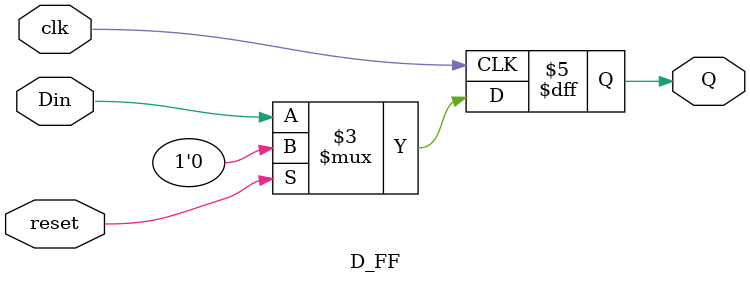
<source format=v>
`timescale 1ns / 1ps

module D_FF(Din,clk,reset,Q);
  
input  Din,clk,reset;
output reg  Q;


always@(posedge clk)
begin 
if(reset)
Q<=1'b0;
else
Q<=Din;
end 
endmodule


</source>
